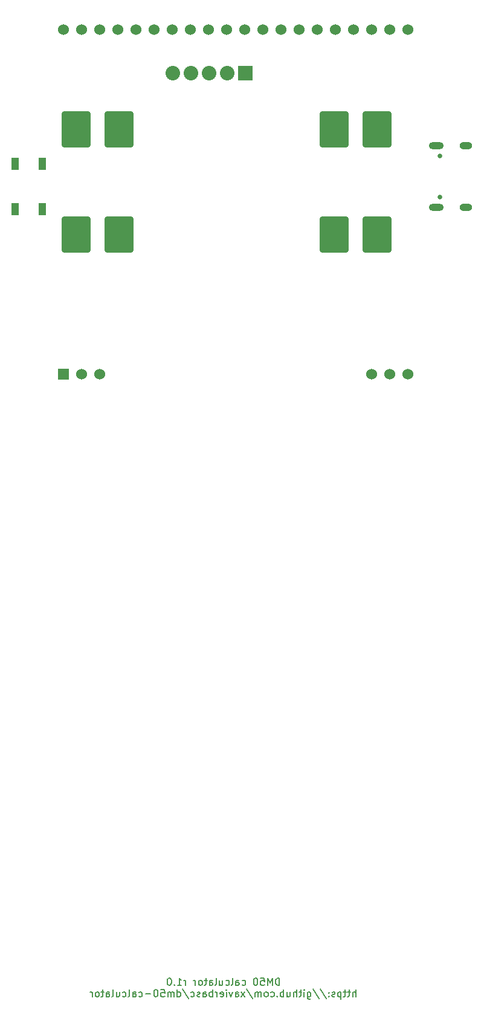
<source format=gbr>
%TF.GenerationSoftware,KiCad,Pcbnew,8.0.1*%
%TF.CreationDate,2024-04-23T17:34:02+02:00*%
%TF.ProjectId,DM50,444d3530-2e6b-4696-9361-645f70636258,rev?*%
%TF.SameCoordinates,Original*%
%TF.FileFunction,Soldermask,Bot*%
%TF.FilePolarity,Negative*%
%FSLAX46Y46*%
G04 Gerber Fmt 4.6, Leading zero omitted, Abs format (unit mm)*
G04 Created by KiCad (PCBNEW 8.0.1) date 2024-04-23 17:34:02*
%MOMM*%
%LPD*%
G01*
G04 APERTURE LIST*
G04 Aperture macros list*
%AMRoundRect*
0 Rectangle with rounded corners*
0 $1 Rounding radius*
0 $2 $3 $4 $5 $6 $7 $8 $9 X,Y pos of 4 corners*
0 Add a 4 corners polygon primitive as box body*
4,1,4,$2,$3,$4,$5,$6,$7,$8,$9,$2,$3,0*
0 Add four circle primitives for the rounded corners*
1,1,$1+$1,$2,$3*
1,1,$1+$1,$4,$5*
1,1,$1+$1,$6,$7*
1,1,$1+$1,$8,$9*
0 Add four rect primitives between the rounded corners*
20,1,$1+$1,$2,$3,$4,$5,0*
20,1,$1+$1,$4,$5,$6,$7,0*
20,1,$1+$1,$6,$7,$8,$9,0*
20,1,$1+$1,$8,$9,$2,$3,0*%
G04 Aperture macros list end*
%ADD10C,0.150000*%
%ADD11C,0.650000*%
%ADD12O,2.100000X1.000000*%
%ADD13O,1.800000X1.000000*%
%ADD14R,1.524000X1.524000*%
%ADD15C,1.524000*%
%ADD16RoundRect,0.250000X1.750000X-2.250000X1.750000X2.250000X-1.750000X2.250000X-1.750000X-2.250000X0*%
%ADD17R,2.032000X2.032000*%
%ADD18C,2.032000*%
%ADD19R,1.000000X1.700000*%
G04 APERTURE END LIST*
D10*
X90233334Y-167859875D02*
X90233334Y-166859875D01*
X90233334Y-166859875D02*
X89995239Y-166859875D01*
X89995239Y-166859875D02*
X89852382Y-166907494D01*
X89852382Y-166907494D02*
X89757144Y-167002732D01*
X89757144Y-167002732D02*
X89709525Y-167097970D01*
X89709525Y-167097970D02*
X89661906Y-167288446D01*
X89661906Y-167288446D02*
X89661906Y-167431303D01*
X89661906Y-167431303D02*
X89709525Y-167621779D01*
X89709525Y-167621779D02*
X89757144Y-167717017D01*
X89757144Y-167717017D02*
X89852382Y-167812256D01*
X89852382Y-167812256D02*
X89995239Y-167859875D01*
X89995239Y-167859875D02*
X90233334Y-167859875D01*
X89233334Y-167859875D02*
X89233334Y-166859875D01*
X89233334Y-166859875D02*
X88900001Y-167574160D01*
X88900001Y-167574160D02*
X88566668Y-166859875D01*
X88566668Y-166859875D02*
X88566668Y-167859875D01*
X87614287Y-166859875D02*
X88090477Y-166859875D01*
X88090477Y-166859875D02*
X88138096Y-167336065D01*
X88138096Y-167336065D02*
X88090477Y-167288446D01*
X88090477Y-167288446D02*
X87995239Y-167240827D01*
X87995239Y-167240827D02*
X87757144Y-167240827D01*
X87757144Y-167240827D02*
X87661906Y-167288446D01*
X87661906Y-167288446D02*
X87614287Y-167336065D01*
X87614287Y-167336065D02*
X87566668Y-167431303D01*
X87566668Y-167431303D02*
X87566668Y-167669398D01*
X87566668Y-167669398D02*
X87614287Y-167764636D01*
X87614287Y-167764636D02*
X87661906Y-167812256D01*
X87661906Y-167812256D02*
X87757144Y-167859875D01*
X87757144Y-167859875D02*
X87995239Y-167859875D01*
X87995239Y-167859875D02*
X88090477Y-167812256D01*
X88090477Y-167812256D02*
X88138096Y-167764636D01*
X86947620Y-166859875D02*
X86852382Y-166859875D01*
X86852382Y-166859875D02*
X86757144Y-166907494D01*
X86757144Y-166907494D02*
X86709525Y-166955113D01*
X86709525Y-166955113D02*
X86661906Y-167050351D01*
X86661906Y-167050351D02*
X86614287Y-167240827D01*
X86614287Y-167240827D02*
X86614287Y-167478922D01*
X86614287Y-167478922D02*
X86661906Y-167669398D01*
X86661906Y-167669398D02*
X86709525Y-167764636D01*
X86709525Y-167764636D02*
X86757144Y-167812256D01*
X86757144Y-167812256D02*
X86852382Y-167859875D01*
X86852382Y-167859875D02*
X86947620Y-167859875D01*
X86947620Y-167859875D02*
X87042858Y-167812256D01*
X87042858Y-167812256D02*
X87090477Y-167764636D01*
X87090477Y-167764636D02*
X87138096Y-167669398D01*
X87138096Y-167669398D02*
X87185715Y-167478922D01*
X87185715Y-167478922D02*
X87185715Y-167240827D01*
X87185715Y-167240827D02*
X87138096Y-167050351D01*
X87138096Y-167050351D02*
X87090477Y-166955113D01*
X87090477Y-166955113D02*
X87042858Y-166907494D01*
X87042858Y-166907494D02*
X86947620Y-166859875D01*
X84995239Y-167812256D02*
X85090477Y-167859875D01*
X85090477Y-167859875D02*
X85280953Y-167859875D01*
X85280953Y-167859875D02*
X85376191Y-167812256D01*
X85376191Y-167812256D02*
X85423810Y-167764636D01*
X85423810Y-167764636D02*
X85471429Y-167669398D01*
X85471429Y-167669398D02*
X85471429Y-167383684D01*
X85471429Y-167383684D02*
X85423810Y-167288446D01*
X85423810Y-167288446D02*
X85376191Y-167240827D01*
X85376191Y-167240827D02*
X85280953Y-167193208D01*
X85280953Y-167193208D02*
X85090477Y-167193208D01*
X85090477Y-167193208D02*
X84995239Y-167240827D01*
X84138096Y-167859875D02*
X84138096Y-167336065D01*
X84138096Y-167336065D02*
X84185715Y-167240827D01*
X84185715Y-167240827D02*
X84280953Y-167193208D01*
X84280953Y-167193208D02*
X84471429Y-167193208D01*
X84471429Y-167193208D02*
X84566667Y-167240827D01*
X84138096Y-167812256D02*
X84233334Y-167859875D01*
X84233334Y-167859875D02*
X84471429Y-167859875D01*
X84471429Y-167859875D02*
X84566667Y-167812256D01*
X84566667Y-167812256D02*
X84614286Y-167717017D01*
X84614286Y-167717017D02*
X84614286Y-167621779D01*
X84614286Y-167621779D02*
X84566667Y-167526541D01*
X84566667Y-167526541D02*
X84471429Y-167478922D01*
X84471429Y-167478922D02*
X84233334Y-167478922D01*
X84233334Y-167478922D02*
X84138096Y-167431303D01*
X83519048Y-167859875D02*
X83614286Y-167812256D01*
X83614286Y-167812256D02*
X83661905Y-167717017D01*
X83661905Y-167717017D02*
X83661905Y-166859875D01*
X82709524Y-167812256D02*
X82804762Y-167859875D01*
X82804762Y-167859875D02*
X82995238Y-167859875D01*
X82995238Y-167859875D02*
X83090476Y-167812256D01*
X83090476Y-167812256D02*
X83138095Y-167764636D01*
X83138095Y-167764636D02*
X83185714Y-167669398D01*
X83185714Y-167669398D02*
X83185714Y-167383684D01*
X83185714Y-167383684D02*
X83138095Y-167288446D01*
X83138095Y-167288446D02*
X83090476Y-167240827D01*
X83090476Y-167240827D02*
X82995238Y-167193208D01*
X82995238Y-167193208D02*
X82804762Y-167193208D01*
X82804762Y-167193208D02*
X82709524Y-167240827D01*
X81852381Y-167193208D02*
X81852381Y-167859875D01*
X82280952Y-167193208D02*
X82280952Y-167717017D01*
X82280952Y-167717017D02*
X82233333Y-167812256D01*
X82233333Y-167812256D02*
X82138095Y-167859875D01*
X82138095Y-167859875D02*
X81995238Y-167859875D01*
X81995238Y-167859875D02*
X81900000Y-167812256D01*
X81900000Y-167812256D02*
X81852381Y-167764636D01*
X81233333Y-167859875D02*
X81328571Y-167812256D01*
X81328571Y-167812256D02*
X81376190Y-167717017D01*
X81376190Y-167717017D02*
X81376190Y-166859875D01*
X80423809Y-167859875D02*
X80423809Y-167336065D01*
X80423809Y-167336065D02*
X80471428Y-167240827D01*
X80471428Y-167240827D02*
X80566666Y-167193208D01*
X80566666Y-167193208D02*
X80757142Y-167193208D01*
X80757142Y-167193208D02*
X80852380Y-167240827D01*
X80423809Y-167812256D02*
X80519047Y-167859875D01*
X80519047Y-167859875D02*
X80757142Y-167859875D01*
X80757142Y-167859875D02*
X80852380Y-167812256D01*
X80852380Y-167812256D02*
X80899999Y-167717017D01*
X80899999Y-167717017D02*
X80899999Y-167621779D01*
X80899999Y-167621779D02*
X80852380Y-167526541D01*
X80852380Y-167526541D02*
X80757142Y-167478922D01*
X80757142Y-167478922D02*
X80519047Y-167478922D01*
X80519047Y-167478922D02*
X80423809Y-167431303D01*
X80090475Y-167193208D02*
X79709523Y-167193208D01*
X79947618Y-166859875D02*
X79947618Y-167717017D01*
X79947618Y-167717017D02*
X79899999Y-167812256D01*
X79899999Y-167812256D02*
X79804761Y-167859875D01*
X79804761Y-167859875D02*
X79709523Y-167859875D01*
X79233332Y-167859875D02*
X79328570Y-167812256D01*
X79328570Y-167812256D02*
X79376189Y-167764636D01*
X79376189Y-167764636D02*
X79423808Y-167669398D01*
X79423808Y-167669398D02*
X79423808Y-167383684D01*
X79423808Y-167383684D02*
X79376189Y-167288446D01*
X79376189Y-167288446D02*
X79328570Y-167240827D01*
X79328570Y-167240827D02*
X79233332Y-167193208D01*
X79233332Y-167193208D02*
X79090475Y-167193208D01*
X79090475Y-167193208D02*
X78995237Y-167240827D01*
X78995237Y-167240827D02*
X78947618Y-167288446D01*
X78947618Y-167288446D02*
X78899999Y-167383684D01*
X78899999Y-167383684D02*
X78899999Y-167669398D01*
X78899999Y-167669398D02*
X78947618Y-167764636D01*
X78947618Y-167764636D02*
X78995237Y-167812256D01*
X78995237Y-167812256D02*
X79090475Y-167859875D01*
X79090475Y-167859875D02*
X79233332Y-167859875D01*
X78471427Y-167859875D02*
X78471427Y-167193208D01*
X78471427Y-167383684D02*
X78423808Y-167288446D01*
X78423808Y-167288446D02*
X78376189Y-167240827D01*
X78376189Y-167240827D02*
X78280951Y-167193208D01*
X78280951Y-167193208D02*
X78185713Y-167193208D01*
X77090474Y-167859875D02*
X77090474Y-167193208D01*
X77090474Y-167383684D02*
X77042855Y-167288446D01*
X77042855Y-167288446D02*
X76995236Y-167240827D01*
X76995236Y-167240827D02*
X76899998Y-167193208D01*
X76899998Y-167193208D02*
X76804760Y-167193208D01*
X75947617Y-167859875D02*
X76519045Y-167859875D01*
X76233331Y-167859875D02*
X76233331Y-166859875D01*
X76233331Y-166859875D02*
X76328569Y-167002732D01*
X76328569Y-167002732D02*
X76423807Y-167097970D01*
X76423807Y-167097970D02*
X76519045Y-167145589D01*
X75519045Y-167764636D02*
X75471426Y-167812256D01*
X75471426Y-167812256D02*
X75519045Y-167859875D01*
X75519045Y-167859875D02*
X75566664Y-167812256D01*
X75566664Y-167812256D02*
X75519045Y-167764636D01*
X75519045Y-167764636D02*
X75519045Y-167859875D01*
X74852379Y-166859875D02*
X74757141Y-166859875D01*
X74757141Y-166859875D02*
X74661903Y-166907494D01*
X74661903Y-166907494D02*
X74614284Y-166955113D01*
X74614284Y-166955113D02*
X74566665Y-167050351D01*
X74566665Y-167050351D02*
X74519046Y-167240827D01*
X74519046Y-167240827D02*
X74519046Y-167478922D01*
X74519046Y-167478922D02*
X74566665Y-167669398D01*
X74566665Y-167669398D02*
X74614284Y-167764636D01*
X74614284Y-167764636D02*
X74661903Y-167812256D01*
X74661903Y-167812256D02*
X74757141Y-167859875D01*
X74757141Y-167859875D02*
X74852379Y-167859875D01*
X74852379Y-167859875D02*
X74947617Y-167812256D01*
X74947617Y-167812256D02*
X74995236Y-167764636D01*
X74995236Y-167764636D02*
X75042855Y-167669398D01*
X75042855Y-167669398D02*
X75090474Y-167478922D01*
X75090474Y-167478922D02*
X75090474Y-167240827D01*
X75090474Y-167240827D02*
X75042855Y-167050351D01*
X75042855Y-167050351D02*
X74995236Y-166955113D01*
X74995236Y-166955113D02*
X74947617Y-166907494D01*
X74947617Y-166907494D02*
X74852379Y-166859875D01*
X100923810Y-169469819D02*
X100923810Y-168469819D01*
X100495239Y-169469819D02*
X100495239Y-168946009D01*
X100495239Y-168946009D02*
X100542858Y-168850771D01*
X100542858Y-168850771D02*
X100638096Y-168803152D01*
X100638096Y-168803152D02*
X100780953Y-168803152D01*
X100780953Y-168803152D02*
X100876191Y-168850771D01*
X100876191Y-168850771D02*
X100923810Y-168898390D01*
X100161905Y-168803152D02*
X99780953Y-168803152D01*
X100019048Y-168469819D02*
X100019048Y-169326961D01*
X100019048Y-169326961D02*
X99971429Y-169422200D01*
X99971429Y-169422200D02*
X99876191Y-169469819D01*
X99876191Y-169469819D02*
X99780953Y-169469819D01*
X99590476Y-168803152D02*
X99209524Y-168803152D01*
X99447619Y-168469819D02*
X99447619Y-169326961D01*
X99447619Y-169326961D02*
X99400000Y-169422200D01*
X99400000Y-169422200D02*
X99304762Y-169469819D01*
X99304762Y-169469819D02*
X99209524Y-169469819D01*
X98876190Y-168803152D02*
X98876190Y-169803152D01*
X98876190Y-168850771D02*
X98780952Y-168803152D01*
X98780952Y-168803152D02*
X98590476Y-168803152D01*
X98590476Y-168803152D02*
X98495238Y-168850771D01*
X98495238Y-168850771D02*
X98447619Y-168898390D01*
X98447619Y-168898390D02*
X98400000Y-168993628D01*
X98400000Y-168993628D02*
X98400000Y-169279342D01*
X98400000Y-169279342D02*
X98447619Y-169374580D01*
X98447619Y-169374580D02*
X98495238Y-169422200D01*
X98495238Y-169422200D02*
X98590476Y-169469819D01*
X98590476Y-169469819D02*
X98780952Y-169469819D01*
X98780952Y-169469819D02*
X98876190Y-169422200D01*
X98019047Y-169422200D02*
X97923809Y-169469819D01*
X97923809Y-169469819D02*
X97733333Y-169469819D01*
X97733333Y-169469819D02*
X97638095Y-169422200D01*
X97638095Y-169422200D02*
X97590476Y-169326961D01*
X97590476Y-169326961D02*
X97590476Y-169279342D01*
X97590476Y-169279342D02*
X97638095Y-169184104D01*
X97638095Y-169184104D02*
X97733333Y-169136485D01*
X97733333Y-169136485D02*
X97876190Y-169136485D01*
X97876190Y-169136485D02*
X97971428Y-169088866D01*
X97971428Y-169088866D02*
X98019047Y-168993628D01*
X98019047Y-168993628D02*
X98019047Y-168946009D01*
X98019047Y-168946009D02*
X97971428Y-168850771D01*
X97971428Y-168850771D02*
X97876190Y-168803152D01*
X97876190Y-168803152D02*
X97733333Y-168803152D01*
X97733333Y-168803152D02*
X97638095Y-168850771D01*
X97161904Y-169374580D02*
X97114285Y-169422200D01*
X97114285Y-169422200D02*
X97161904Y-169469819D01*
X97161904Y-169469819D02*
X97209523Y-169422200D01*
X97209523Y-169422200D02*
X97161904Y-169374580D01*
X97161904Y-169374580D02*
X97161904Y-169469819D01*
X97161904Y-168850771D02*
X97114285Y-168898390D01*
X97114285Y-168898390D02*
X97161904Y-168946009D01*
X97161904Y-168946009D02*
X97209523Y-168898390D01*
X97209523Y-168898390D02*
X97161904Y-168850771D01*
X97161904Y-168850771D02*
X97161904Y-168946009D01*
X95971429Y-168422200D02*
X96828571Y-169707914D01*
X94923810Y-168422200D02*
X95780952Y-169707914D01*
X94161905Y-168803152D02*
X94161905Y-169612676D01*
X94161905Y-169612676D02*
X94209524Y-169707914D01*
X94209524Y-169707914D02*
X94257143Y-169755533D01*
X94257143Y-169755533D02*
X94352381Y-169803152D01*
X94352381Y-169803152D02*
X94495238Y-169803152D01*
X94495238Y-169803152D02*
X94590476Y-169755533D01*
X94161905Y-169422200D02*
X94257143Y-169469819D01*
X94257143Y-169469819D02*
X94447619Y-169469819D01*
X94447619Y-169469819D02*
X94542857Y-169422200D01*
X94542857Y-169422200D02*
X94590476Y-169374580D01*
X94590476Y-169374580D02*
X94638095Y-169279342D01*
X94638095Y-169279342D02*
X94638095Y-168993628D01*
X94638095Y-168993628D02*
X94590476Y-168898390D01*
X94590476Y-168898390D02*
X94542857Y-168850771D01*
X94542857Y-168850771D02*
X94447619Y-168803152D01*
X94447619Y-168803152D02*
X94257143Y-168803152D01*
X94257143Y-168803152D02*
X94161905Y-168850771D01*
X93685714Y-169469819D02*
X93685714Y-168803152D01*
X93685714Y-168469819D02*
X93733333Y-168517438D01*
X93733333Y-168517438D02*
X93685714Y-168565057D01*
X93685714Y-168565057D02*
X93638095Y-168517438D01*
X93638095Y-168517438D02*
X93685714Y-168469819D01*
X93685714Y-168469819D02*
X93685714Y-168565057D01*
X93352381Y-168803152D02*
X92971429Y-168803152D01*
X93209524Y-168469819D02*
X93209524Y-169326961D01*
X93209524Y-169326961D02*
X93161905Y-169422200D01*
X93161905Y-169422200D02*
X93066667Y-169469819D01*
X93066667Y-169469819D02*
X92971429Y-169469819D01*
X92638095Y-169469819D02*
X92638095Y-168469819D01*
X92209524Y-169469819D02*
X92209524Y-168946009D01*
X92209524Y-168946009D02*
X92257143Y-168850771D01*
X92257143Y-168850771D02*
X92352381Y-168803152D01*
X92352381Y-168803152D02*
X92495238Y-168803152D01*
X92495238Y-168803152D02*
X92590476Y-168850771D01*
X92590476Y-168850771D02*
X92638095Y-168898390D01*
X91304762Y-168803152D02*
X91304762Y-169469819D01*
X91733333Y-168803152D02*
X91733333Y-169326961D01*
X91733333Y-169326961D02*
X91685714Y-169422200D01*
X91685714Y-169422200D02*
X91590476Y-169469819D01*
X91590476Y-169469819D02*
X91447619Y-169469819D01*
X91447619Y-169469819D02*
X91352381Y-169422200D01*
X91352381Y-169422200D02*
X91304762Y-169374580D01*
X90828571Y-169469819D02*
X90828571Y-168469819D01*
X90828571Y-168850771D02*
X90733333Y-168803152D01*
X90733333Y-168803152D02*
X90542857Y-168803152D01*
X90542857Y-168803152D02*
X90447619Y-168850771D01*
X90447619Y-168850771D02*
X90400000Y-168898390D01*
X90400000Y-168898390D02*
X90352381Y-168993628D01*
X90352381Y-168993628D02*
X90352381Y-169279342D01*
X90352381Y-169279342D02*
X90400000Y-169374580D01*
X90400000Y-169374580D02*
X90447619Y-169422200D01*
X90447619Y-169422200D02*
X90542857Y-169469819D01*
X90542857Y-169469819D02*
X90733333Y-169469819D01*
X90733333Y-169469819D02*
X90828571Y-169422200D01*
X89923809Y-169374580D02*
X89876190Y-169422200D01*
X89876190Y-169422200D02*
X89923809Y-169469819D01*
X89923809Y-169469819D02*
X89971428Y-169422200D01*
X89971428Y-169422200D02*
X89923809Y-169374580D01*
X89923809Y-169374580D02*
X89923809Y-169469819D01*
X89019048Y-169422200D02*
X89114286Y-169469819D01*
X89114286Y-169469819D02*
X89304762Y-169469819D01*
X89304762Y-169469819D02*
X89400000Y-169422200D01*
X89400000Y-169422200D02*
X89447619Y-169374580D01*
X89447619Y-169374580D02*
X89495238Y-169279342D01*
X89495238Y-169279342D02*
X89495238Y-168993628D01*
X89495238Y-168993628D02*
X89447619Y-168898390D01*
X89447619Y-168898390D02*
X89400000Y-168850771D01*
X89400000Y-168850771D02*
X89304762Y-168803152D01*
X89304762Y-168803152D02*
X89114286Y-168803152D01*
X89114286Y-168803152D02*
X89019048Y-168850771D01*
X88447619Y-169469819D02*
X88542857Y-169422200D01*
X88542857Y-169422200D02*
X88590476Y-169374580D01*
X88590476Y-169374580D02*
X88638095Y-169279342D01*
X88638095Y-169279342D02*
X88638095Y-168993628D01*
X88638095Y-168993628D02*
X88590476Y-168898390D01*
X88590476Y-168898390D02*
X88542857Y-168850771D01*
X88542857Y-168850771D02*
X88447619Y-168803152D01*
X88447619Y-168803152D02*
X88304762Y-168803152D01*
X88304762Y-168803152D02*
X88209524Y-168850771D01*
X88209524Y-168850771D02*
X88161905Y-168898390D01*
X88161905Y-168898390D02*
X88114286Y-168993628D01*
X88114286Y-168993628D02*
X88114286Y-169279342D01*
X88114286Y-169279342D02*
X88161905Y-169374580D01*
X88161905Y-169374580D02*
X88209524Y-169422200D01*
X88209524Y-169422200D02*
X88304762Y-169469819D01*
X88304762Y-169469819D02*
X88447619Y-169469819D01*
X87685714Y-169469819D02*
X87685714Y-168803152D01*
X87685714Y-168898390D02*
X87638095Y-168850771D01*
X87638095Y-168850771D02*
X87542857Y-168803152D01*
X87542857Y-168803152D02*
X87400000Y-168803152D01*
X87400000Y-168803152D02*
X87304762Y-168850771D01*
X87304762Y-168850771D02*
X87257143Y-168946009D01*
X87257143Y-168946009D02*
X87257143Y-169469819D01*
X87257143Y-168946009D02*
X87209524Y-168850771D01*
X87209524Y-168850771D02*
X87114286Y-168803152D01*
X87114286Y-168803152D02*
X86971429Y-168803152D01*
X86971429Y-168803152D02*
X86876190Y-168850771D01*
X86876190Y-168850771D02*
X86828571Y-168946009D01*
X86828571Y-168946009D02*
X86828571Y-169469819D01*
X85638096Y-168422200D02*
X86495238Y-169707914D01*
X85400000Y-169469819D02*
X84876191Y-168803152D01*
X85400000Y-168803152D02*
X84876191Y-169469819D01*
X84066667Y-169469819D02*
X84066667Y-168946009D01*
X84066667Y-168946009D02*
X84114286Y-168850771D01*
X84114286Y-168850771D02*
X84209524Y-168803152D01*
X84209524Y-168803152D02*
X84400000Y-168803152D01*
X84400000Y-168803152D02*
X84495238Y-168850771D01*
X84066667Y-169422200D02*
X84161905Y-169469819D01*
X84161905Y-169469819D02*
X84400000Y-169469819D01*
X84400000Y-169469819D02*
X84495238Y-169422200D01*
X84495238Y-169422200D02*
X84542857Y-169326961D01*
X84542857Y-169326961D02*
X84542857Y-169231723D01*
X84542857Y-169231723D02*
X84495238Y-169136485D01*
X84495238Y-169136485D02*
X84400000Y-169088866D01*
X84400000Y-169088866D02*
X84161905Y-169088866D01*
X84161905Y-169088866D02*
X84066667Y-169041247D01*
X83685714Y-168803152D02*
X83447619Y-169469819D01*
X83447619Y-169469819D02*
X83209524Y-168803152D01*
X82828571Y-169469819D02*
X82828571Y-168803152D01*
X82828571Y-168469819D02*
X82876190Y-168517438D01*
X82876190Y-168517438D02*
X82828571Y-168565057D01*
X82828571Y-168565057D02*
X82780952Y-168517438D01*
X82780952Y-168517438D02*
X82828571Y-168469819D01*
X82828571Y-168469819D02*
X82828571Y-168565057D01*
X81971429Y-169422200D02*
X82066667Y-169469819D01*
X82066667Y-169469819D02*
X82257143Y-169469819D01*
X82257143Y-169469819D02*
X82352381Y-169422200D01*
X82352381Y-169422200D02*
X82400000Y-169326961D01*
X82400000Y-169326961D02*
X82400000Y-168946009D01*
X82400000Y-168946009D02*
X82352381Y-168850771D01*
X82352381Y-168850771D02*
X82257143Y-168803152D01*
X82257143Y-168803152D02*
X82066667Y-168803152D01*
X82066667Y-168803152D02*
X81971429Y-168850771D01*
X81971429Y-168850771D02*
X81923810Y-168946009D01*
X81923810Y-168946009D02*
X81923810Y-169041247D01*
X81923810Y-169041247D02*
X82400000Y-169136485D01*
X81495238Y-169469819D02*
X81495238Y-168803152D01*
X81495238Y-168993628D02*
X81447619Y-168898390D01*
X81447619Y-168898390D02*
X81400000Y-168850771D01*
X81400000Y-168850771D02*
X81304762Y-168803152D01*
X81304762Y-168803152D02*
X81209524Y-168803152D01*
X80876190Y-169469819D02*
X80876190Y-168469819D01*
X80876190Y-168850771D02*
X80780952Y-168803152D01*
X80780952Y-168803152D02*
X80590476Y-168803152D01*
X80590476Y-168803152D02*
X80495238Y-168850771D01*
X80495238Y-168850771D02*
X80447619Y-168898390D01*
X80447619Y-168898390D02*
X80400000Y-168993628D01*
X80400000Y-168993628D02*
X80400000Y-169279342D01*
X80400000Y-169279342D02*
X80447619Y-169374580D01*
X80447619Y-169374580D02*
X80495238Y-169422200D01*
X80495238Y-169422200D02*
X80590476Y-169469819D01*
X80590476Y-169469819D02*
X80780952Y-169469819D01*
X80780952Y-169469819D02*
X80876190Y-169422200D01*
X79542857Y-169469819D02*
X79542857Y-168946009D01*
X79542857Y-168946009D02*
X79590476Y-168850771D01*
X79590476Y-168850771D02*
X79685714Y-168803152D01*
X79685714Y-168803152D02*
X79876190Y-168803152D01*
X79876190Y-168803152D02*
X79971428Y-168850771D01*
X79542857Y-169422200D02*
X79638095Y-169469819D01*
X79638095Y-169469819D02*
X79876190Y-169469819D01*
X79876190Y-169469819D02*
X79971428Y-169422200D01*
X79971428Y-169422200D02*
X80019047Y-169326961D01*
X80019047Y-169326961D02*
X80019047Y-169231723D01*
X80019047Y-169231723D02*
X79971428Y-169136485D01*
X79971428Y-169136485D02*
X79876190Y-169088866D01*
X79876190Y-169088866D02*
X79638095Y-169088866D01*
X79638095Y-169088866D02*
X79542857Y-169041247D01*
X79114285Y-169422200D02*
X79019047Y-169469819D01*
X79019047Y-169469819D02*
X78828571Y-169469819D01*
X78828571Y-169469819D02*
X78733333Y-169422200D01*
X78733333Y-169422200D02*
X78685714Y-169326961D01*
X78685714Y-169326961D02*
X78685714Y-169279342D01*
X78685714Y-169279342D02*
X78733333Y-169184104D01*
X78733333Y-169184104D02*
X78828571Y-169136485D01*
X78828571Y-169136485D02*
X78971428Y-169136485D01*
X78971428Y-169136485D02*
X79066666Y-169088866D01*
X79066666Y-169088866D02*
X79114285Y-168993628D01*
X79114285Y-168993628D02*
X79114285Y-168946009D01*
X79114285Y-168946009D02*
X79066666Y-168850771D01*
X79066666Y-168850771D02*
X78971428Y-168803152D01*
X78971428Y-168803152D02*
X78828571Y-168803152D01*
X78828571Y-168803152D02*
X78733333Y-168850771D01*
X77828571Y-169422200D02*
X77923809Y-169469819D01*
X77923809Y-169469819D02*
X78114285Y-169469819D01*
X78114285Y-169469819D02*
X78209523Y-169422200D01*
X78209523Y-169422200D02*
X78257142Y-169374580D01*
X78257142Y-169374580D02*
X78304761Y-169279342D01*
X78304761Y-169279342D02*
X78304761Y-168993628D01*
X78304761Y-168993628D02*
X78257142Y-168898390D01*
X78257142Y-168898390D02*
X78209523Y-168850771D01*
X78209523Y-168850771D02*
X78114285Y-168803152D01*
X78114285Y-168803152D02*
X77923809Y-168803152D01*
X77923809Y-168803152D02*
X77828571Y-168850771D01*
X76685714Y-168422200D02*
X77542856Y-169707914D01*
X75923809Y-169469819D02*
X75923809Y-168469819D01*
X75923809Y-169422200D02*
X76019047Y-169469819D01*
X76019047Y-169469819D02*
X76209523Y-169469819D01*
X76209523Y-169469819D02*
X76304761Y-169422200D01*
X76304761Y-169422200D02*
X76352380Y-169374580D01*
X76352380Y-169374580D02*
X76399999Y-169279342D01*
X76399999Y-169279342D02*
X76399999Y-168993628D01*
X76399999Y-168993628D02*
X76352380Y-168898390D01*
X76352380Y-168898390D02*
X76304761Y-168850771D01*
X76304761Y-168850771D02*
X76209523Y-168803152D01*
X76209523Y-168803152D02*
X76019047Y-168803152D01*
X76019047Y-168803152D02*
X75923809Y-168850771D01*
X75447618Y-169469819D02*
X75447618Y-168803152D01*
X75447618Y-168898390D02*
X75399999Y-168850771D01*
X75399999Y-168850771D02*
X75304761Y-168803152D01*
X75304761Y-168803152D02*
X75161904Y-168803152D01*
X75161904Y-168803152D02*
X75066666Y-168850771D01*
X75066666Y-168850771D02*
X75019047Y-168946009D01*
X75019047Y-168946009D02*
X75019047Y-169469819D01*
X75019047Y-168946009D02*
X74971428Y-168850771D01*
X74971428Y-168850771D02*
X74876190Y-168803152D01*
X74876190Y-168803152D02*
X74733333Y-168803152D01*
X74733333Y-168803152D02*
X74638094Y-168850771D01*
X74638094Y-168850771D02*
X74590475Y-168946009D01*
X74590475Y-168946009D02*
X74590475Y-169469819D01*
X73638095Y-168469819D02*
X74114285Y-168469819D01*
X74114285Y-168469819D02*
X74161904Y-168946009D01*
X74161904Y-168946009D02*
X74114285Y-168898390D01*
X74114285Y-168898390D02*
X74019047Y-168850771D01*
X74019047Y-168850771D02*
X73780952Y-168850771D01*
X73780952Y-168850771D02*
X73685714Y-168898390D01*
X73685714Y-168898390D02*
X73638095Y-168946009D01*
X73638095Y-168946009D02*
X73590476Y-169041247D01*
X73590476Y-169041247D02*
X73590476Y-169279342D01*
X73590476Y-169279342D02*
X73638095Y-169374580D01*
X73638095Y-169374580D02*
X73685714Y-169422200D01*
X73685714Y-169422200D02*
X73780952Y-169469819D01*
X73780952Y-169469819D02*
X74019047Y-169469819D01*
X74019047Y-169469819D02*
X74114285Y-169422200D01*
X74114285Y-169422200D02*
X74161904Y-169374580D01*
X72971428Y-168469819D02*
X72876190Y-168469819D01*
X72876190Y-168469819D02*
X72780952Y-168517438D01*
X72780952Y-168517438D02*
X72733333Y-168565057D01*
X72733333Y-168565057D02*
X72685714Y-168660295D01*
X72685714Y-168660295D02*
X72638095Y-168850771D01*
X72638095Y-168850771D02*
X72638095Y-169088866D01*
X72638095Y-169088866D02*
X72685714Y-169279342D01*
X72685714Y-169279342D02*
X72733333Y-169374580D01*
X72733333Y-169374580D02*
X72780952Y-169422200D01*
X72780952Y-169422200D02*
X72876190Y-169469819D01*
X72876190Y-169469819D02*
X72971428Y-169469819D01*
X72971428Y-169469819D02*
X73066666Y-169422200D01*
X73066666Y-169422200D02*
X73114285Y-169374580D01*
X73114285Y-169374580D02*
X73161904Y-169279342D01*
X73161904Y-169279342D02*
X73209523Y-169088866D01*
X73209523Y-169088866D02*
X73209523Y-168850771D01*
X73209523Y-168850771D02*
X73161904Y-168660295D01*
X73161904Y-168660295D02*
X73114285Y-168565057D01*
X73114285Y-168565057D02*
X73066666Y-168517438D01*
X73066666Y-168517438D02*
X72971428Y-168469819D01*
X72209523Y-169088866D02*
X71447619Y-169088866D01*
X70542857Y-169422200D02*
X70638095Y-169469819D01*
X70638095Y-169469819D02*
X70828571Y-169469819D01*
X70828571Y-169469819D02*
X70923809Y-169422200D01*
X70923809Y-169422200D02*
X70971428Y-169374580D01*
X70971428Y-169374580D02*
X71019047Y-169279342D01*
X71019047Y-169279342D02*
X71019047Y-168993628D01*
X71019047Y-168993628D02*
X70971428Y-168898390D01*
X70971428Y-168898390D02*
X70923809Y-168850771D01*
X70923809Y-168850771D02*
X70828571Y-168803152D01*
X70828571Y-168803152D02*
X70638095Y-168803152D01*
X70638095Y-168803152D02*
X70542857Y-168850771D01*
X69685714Y-169469819D02*
X69685714Y-168946009D01*
X69685714Y-168946009D02*
X69733333Y-168850771D01*
X69733333Y-168850771D02*
X69828571Y-168803152D01*
X69828571Y-168803152D02*
X70019047Y-168803152D01*
X70019047Y-168803152D02*
X70114285Y-168850771D01*
X69685714Y-169422200D02*
X69780952Y-169469819D01*
X69780952Y-169469819D02*
X70019047Y-169469819D01*
X70019047Y-169469819D02*
X70114285Y-169422200D01*
X70114285Y-169422200D02*
X70161904Y-169326961D01*
X70161904Y-169326961D02*
X70161904Y-169231723D01*
X70161904Y-169231723D02*
X70114285Y-169136485D01*
X70114285Y-169136485D02*
X70019047Y-169088866D01*
X70019047Y-169088866D02*
X69780952Y-169088866D01*
X69780952Y-169088866D02*
X69685714Y-169041247D01*
X69066666Y-169469819D02*
X69161904Y-169422200D01*
X69161904Y-169422200D02*
X69209523Y-169326961D01*
X69209523Y-169326961D02*
X69209523Y-168469819D01*
X68257142Y-169422200D02*
X68352380Y-169469819D01*
X68352380Y-169469819D02*
X68542856Y-169469819D01*
X68542856Y-169469819D02*
X68638094Y-169422200D01*
X68638094Y-169422200D02*
X68685713Y-169374580D01*
X68685713Y-169374580D02*
X68733332Y-169279342D01*
X68733332Y-169279342D02*
X68733332Y-168993628D01*
X68733332Y-168993628D02*
X68685713Y-168898390D01*
X68685713Y-168898390D02*
X68638094Y-168850771D01*
X68638094Y-168850771D02*
X68542856Y-168803152D01*
X68542856Y-168803152D02*
X68352380Y-168803152D01*
X68352380Y-168803152D02*
X68257142Y-168850771D01*
X67399999Y-168803152D02*
X67399999Y-169469819D01*
X67828570Y-168803152D02*
X67828570Y-169326961D01*
X67828570Y-169326961D02*
X67780951Y-169422200D01*
X67780951Y-169422200D02*
X67685713Y-169469819D01*
X67685713Y-169469819D02*
X67542856Y-169469819D01*
X67542856Y-169469819D02*
X67447618Y-169422200D01*
X67447618Y-169422200D02*
X67399999Y-169374580D01*
X66780951Y-169469819D02*
X66876189Y-169422200D01*
X66876189Y-169422200D02*
X66923808Y-169326961D01*
X66923808Y-169326961D02*
X66923808Y-168469819D01*
X65971427Y-169469819D02*
X65971427Y-168946009D01*
X65971427Y-168946009D02*
X66019046Y-168850771D01*
X66019046Y-168850771D02*
X66114284Y-168803152D01*
X66114284Y-168803152D02*
X66304760Y-168803152D01*
X66304760Y-168803152D02*
X66399998Y-168850771D01*
X65971427Y-169422200D02*
X66066665Y-169469819D01*
X66066665Y-169469819D02*
X66304760Y-169469819D01*
X66304760Y-169469819D02*
X66399998Y-169422200D01*
X66399998Y-169422200D02*
X66447617Y-169326961D01*
X66447617Y-169326961D02*
X66447617Y-169231723D01*
X66447617Y-169231723D02*
X66399998Y-169136485D01*
X66399998Y-169136485D02*
X66304760Y-169088866D01*
X66304760Y-169088866D02*
X66066665Y-169088866D01*
X66066665Y-169088866D02*
X65971427Y-169041247D01*
X65638093Y-168803152D02*
X65257141Y-168803152D01*
X65495236Y-168469819D02*
X65495236Y-169326961D01*
X65495236Y-169326961D02*
X65447617Y-169422200D01*
X65447617Y-169422200D02*
X65352379Y-169469819D01*
X65352379Y-169469819D02*
X65257141Y-169469819D01*
X64780950Y-169469819D02*
X64876188Y-169422200D01*
X64876188Y-169422200D02*
X64923807Y-169374580D01*
X64923807Y-169374580D02*
X64971426Y-169279342D01*
X64971426Y-169279342D02*
X64971426Y-168993628D01*
X64971426Y-168993628D02*
X64923807Y-168898390D01*
X64923807Y-168898390D02*
X64876188Y-168850771D01*
X64876188Y-168850771D02*
X64780950Y-168803152D01*
X64780950Y-168803152D02*
X64638093Y-168803152D01*
X64638093Y-168803152D02*
X64542855Y-168850771D01*
X64542855Y-168850771D02*
X64495236Y-168898390D01*
X64495236Y-168898390D02*
X64447617Y-168993628D01*
X64447617Y-168993628D02*
X64447617Y-169279342D01*
X64447617Y-169279342D02*
X64495236Y-169374580D01*
X64495236Y-169374580D02*
X64542855Y-169422200D01*
X64542855Y-169422200D02*
X64638093Y-169469819D01*
X64638093Y-169469819D02*
X64780950Y-169469819D01*
X64019045Y-169469819D02*
X64019045Y-168803152D01*
X64019045Y-168993628D02*
X63971426Y-168898390D01*
X63971426Y-168898390D02*
X63923807Y-168850771D01*
X63923807Y-168850771D02*
X63828569Y-168803152D01*
X63828569Y-168803152D02*
X63733331Y-168803152D01*
D11*
%TO.C,J2*%
X112685000Y-57480000D03*
X112685000Y-51700000D03*
D12*
X112185000Y-58910000D03*
D13*
X116365000Y-58910000D03*
D12*
X112185000Y-50270000D03*
D13*
X116365000Y-50270000D03*
%TD*%
D14*
%TO.C,U1*%
X60000000Y-82260000D03*
D15*
X62540000Y-82260000D03*
X65080000Y-82260000D03*
X103180000Y-82260000D03*
X105720000Y-82260000D03*
X108260000Y-82260000D03*
X108260000Y-34000000D03*
X105720000Y-34000000D03*
X103180000Y-34000000D03*
X100640000Y-34000000D03*
X98100000Y-34000000D03*
X95560000Y-34000000D03*
X93020000Y-34000000D03*
X90480000Y-34000000D03*
X87940000Y-34000000D03*
X85400000Y-34000000D03*
X82860000Y-34000000D03*
X80320000Y-34000000D03*
X77780000Y-34000000D03*
X75240000Y-34000000D03*
X72700000Y-34000000D03*
X70160000Y-34000000D03*
X67620000Y-34000000D03*
X65080000Y-34000000D03*
X62540000Y-34000000D03*
X60000000Y-34000000D03*
%TD*%
D16*
%TO.C,BT1*%
X97900000Y-62700000D03*
X103900000Y-62700000D03*
X61788000Y-62700000D03*
X67800000Y-62700000D03*
%TD*%
D17*
%TO.C,J1*%
X85480000Y-40100000D03*
D18*
X82940000Y-40100000D03*
X80400000Y-40100000D03*
X77860000Y-40100000D03*
X75320000Y-40100000D03*
%TD*%
D16*
%TO.C,BT2*%
X97900000Y-48000000D03*
X103900000Y-48000000D03*
X61788000Y-48000000D03*
X67800000Y-48000000D03*
%TD*%
D19*
%TO.C,SW45*%
X57000000Y-59150000D03*
X57000000Y-52850000D03*
X53200000Y-59150000D03*
X53200000Y-52850000D03*
%TD*%
M02*

</source>
